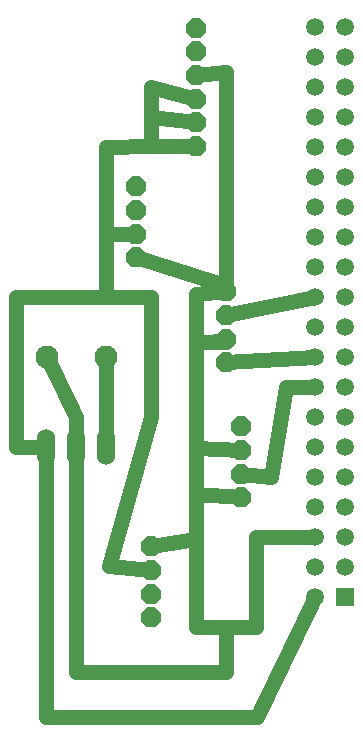
<source format=gbr>
%TF.GenerationSoftware,KiCad,Pcbnew,8.0.7*%
%TF.CreationDate,2025-04-14T16:04:07-05:00*%
%TF.ProjectId,TeXploRV2,54655870-6c6f-4525-9632-2e6b69636164,rev?*%
%TF.SameCoordinates,Original*%
%TF.FileFunction,Copper,L1,Top*%
%TF.FilePolarity,Positive*%
%FSLAX46Y46*%
G04 Gerber Fmt 4.6, Leading zero omitted, Abs format (unit mm)*
G04 Created by KiCad (PCBNEW 8.0.7) date 2025-04-14 16:04:07*
%MOMM*%
%LPD*%
G01*
G04 APERTURE LIST*
G04 Aperture macros list*
%AMOutline5P*
0 Free polygon, 5 corners , with rotation*
0 The origin of the aperture is its center*
0 number of corners: always 5*
0 $1 to $10 corner X, Y*
0 $11 Rotation angle, in degrees counterclockwise*
0 create outline with 5 corners*
4,1,5,$1,$2,$3,$4,$5,$6,$7,$8,$9,$10,$1,$2,$11*%
%AMOutline6P*
0 Free polygon, 6 corners , with rotation*
0 The origin of the aperture is its center*
0 number of corners: always 6*
0 $1 to $12 corner X, Y*
0 $13 Rotation angle, in degrees counterclockwise*
0 create outline with 6 corners*
4,1,6,$1,$2,$3,$4,$5,$6,$7,$8,$9,$10,$11,$12,$1,$2,$13*%
%AMOutline7P*
0 Free polygon, 7 corners , with rotation*
0 The origin of the aperture is its center*
0 number of corners: always 7*
0 $1 to $14 corner X, Y*
0 $15 Rotation angle, in degrees counterclockwise*
0 create outline with 7 corners*
4,1,7,$1,$2,$3,$4,$5,$6,$7,$8,$9,$10,$11,$12,$13,$14,$1,$2,$15*%
%AMOutline8P*
0 Free polygon, 8 corners , with rotation*
0 The origin of the aperture is its center*
0 number of corners: always 8*
0 $1 to $16 corner X, Y*
0 $17 Rotation angle, in degrees counterclockwise*
0 create outline with 8 corners*
4,1,8,$1,$2,$3,$4,$5,$6,$7,$8,$9,$10,$11,$12,$13,$14,$15,$16,$1,$2,$17*%
G04 Aperture macros list end*
%TA.AperFunction,ComponentPad*%
%ADD10O,1.524000X3.048000*%
%TD*%
%TA.AperFunction,ComponentPad*%
%ADD11C,1.950000*%
%TD*%
%TA.AperFunction,ComponentPad*%
%ADD12C,1.508000*%
%TD*%
%TA.AperFunction,ComponentPad*%
%ADD13R,1.508000X1.508000*%
%TD*%
%TA.AperFunction,ComponentPad*%
%ADD14Outline8P,-0.838200X0.347194X-0.347194X0.838200X0.347194X0.838200X0.838200X0.347194X0.838200X-0.347194X0.347194X-0.838200X-0.347194X-0.838200X-0.838200X-0.347194X270.000000*%
%TD*%
%TA.AperFunction,ComponentPad*%
%ADD15Outline8P,-0.838200X0.347194X-0.347194X0.838200X0.347194X0.838200X0.838200X0.347194X0.838200X-0.347194X0.347194X-0.838200X-0.347194X-0.838200X-0.838200X-0.347194X90.000000*%
%TD*%
%TA.AperFunction,Conductor*%
%ADD16C,1.270000*%
%TD*%
G04 APERTURE END LIST*
D10*
%TO.P,REGULATOR,3*%
%TO.N,5V*%
X125006100Y-116433600D03*
%TO.P,REGULATOR,2*%
%TO.N,GND*%
X127546100Y-116433600D03*
%TO.P,REGULATOR,1*%
%TO.N,VIN*%
X130086100Y-116433600D03*
%TD*%
D11*
%TO.P,POWER,2*%
%TO.N,GND*%
X125046100Y-108813600D03*
%TO.P,POWER,1*%
%TO.N,VIN*%
X130046100Y-108813600D03*
%TD*%
D12*
%TO.P,U1,40*%
%TO.N,N/C*%
X147796100Y-80873600D03*
%TO.P,U1,39*%
%TO.N,GND_39*%
X150336100Y-80873600D03*
%TO.P,U1,38*%
%TO.N,N/C*%
X147796100Y-83413600D03*
%TO.P,U1,37*%
X150336100Y-83413600D03*
%TO.P,U1,36*%
X147796100Y-85953600D03*
%TO.P,U1,35*%
X150336100Y-85953600D03*
%TO.P,U1,34*%
%TO.N,GND_34*%
X147796100Y-88493600D03*
%TO.P,U1,33*%
%TO.N,N/C*%
X150336100Y-88493600D03*
%TO.P,U1,32*%
X147796100Y-91033600D03*
%TO.P,U1,31*%
%TO.N,STEP*%
X150336100Y-91033600D03*
%TO.P,U1,30*%
%TO.N,GND_30*%
X147796100Y-93573600D03*
%TO.P,U1,29*%
%TO.N,DIR*%
X150336100Y-93573600D03*
%TO.P,U1,28*%
%TO.N,SCL2*%
X147796100Y-96113600D03*
%TO.P,U1,27*%
%TO.N,SDA2*%
X150336100Y-96113600D03*
%TO.P,U1,26*%
%TO.N,N/C*%
X147796100Y-98653600D03*
%TO.P,U1,25*%
%TO.N,GND_25*%
X150336100Y-98653600D03*
%TO.P,U1,24*%
%TO.N,N/C*%
X147796100Y-101193600D03*
%TO.P,U1,23*%
X150336100Y-101193600D03*
%TO.P,U1,22*%
%TO.N,GPIO25*%
X147796100Y-103733600D03*
%TO.P,U1,21*%
%TO.N,N/C*%
X150336100Y-103733600D03*
%TO.P,U1,20*%
%TO.N,GND_20*%
X147796100Y-106273600D03*
%TO.P,U1,19*%
%TO.N,N/C*%
X150336100Y-106273600D03*
%TO.P,U1,18*%
%TO.N,GPIO24*%
X147796100Y-108813600D03*
%TO.P,U1,17*%
%TO.N,3V3_17*%
X150336100Y-108813600D03*
%TO.P,U1,16*%
%TO.N,GPIO23*%
X147796100Y-111353600D03*
%TO.P,U1,15*%
%TO.N,GPIO22*%
X150336100Y-111353600D03*
%TO.P,U1,14*%
%TO.N,GND_14*%
X147796100Y-113893600D03*
%TO.P,U1,13*%
%TO.N,N/C*%
X150336100Y-113893600D03*
%TO.P,U1,12*%
X147796100Y-116433600D03*
%TO.P,U1,11*%
X150336100Y-116433600D03*
%TO.P,U1,10*%
X147796100Y-118973600D03*
%TO.P,U1,9*%
%TO.N,GND_9*%
X150336100Y-118973600D03*
%TO.P,U1,8*%
%TO.N,N/C*%
X147796100Y-121513600D03*
%TO.P,U1,7*%
X150336100Y-121513600D03*
%TO.P,U1,6*%
%TO.N,GND*%
X147796100Y-124053600D03*
%TO.P,U1,5*%
%TO.N,SCL1*%
X150336100Y-124053600D03*
%TO.P,U1,4*%
%TO.N,5V_4*%
X147796100Y-126593600D03*
%TO.P,U1,3*%
%TO.N,SDA1*%
X150336100Y-126593600D03*
%TO.P,U1,2*%
%TO.N,5V*%
X147796100Y-129133600D03*
D13*
%TO.P,U1,1*%
%TO.N,3V3_1*%
X150336100Y-129133600D03*
%TD*%
D14*
%TO.P,BNO1,1*%
%TO.N,SDA1*%
X133896100Y-130863600D03*
%TO.P,BNO1,2*%
%TO.N,SCL1*%
X133896100Y-128863600D03*
%TO.P,BNO1,3*%
%TO.N,5V*%
X133896100Y-126863600D03*
%TO.P,BNO1,4*%
%TO.N,GND*%
X133896100Y-124863600D03*
%TD*%
D15*
%TO.P,BNO2,1*%
%TO.N,SDA2*%
X132626100Y-94383600D03*
%TO.P,BNO2,2*%
%TO.N,SCL2*%
X132626100Y-96383600D03*
%TO.P,BNO2,3*%
%TO.N,5V*%
X132626100Y-98383600D03*
%TO.P,BNO2,4*%
%TO.N,GND*%
X132626100Y-100383600D03*
%TD*%
D14*
%TO.P,DRIVER,5*%
%TO.N,DIR*%
X137706100Y-82953600D03*
%TO.P,DRIVER,4*%
%TO.N,GND*%
X137706100Y-84953600D03*
%TO.P,DRIVER,3*%
%TO.N,5V*%
X137706100Y-86953600D03*
%TO.P,DRIVER,2*%
X137706100Y-88953600D03*
%TO.P,DRIVER,6*%
%TO.N,STEP*%
X137706100Y-80953600D03*
%TO.P,DRIVER,1*%
%TO.N,5V*%
X137706100Y-90953600D03*
%TD*%
D15*
%TO.P,LS1,1*%
%TO.N,GPIO22*%
X141516100Y-114703600D03*
%TO.P,LS1,2*%
%TO.N,GND*%
X141516100Y-116703600D03*
%TO.P,LS1,3*%
%TO.N,GPIO23*%
X141516100Y-118703600D03*
%TO.P,LS1,4*%
%TO.N,GND*%
X141516100Y-120703600D03*
%TD*%
D14*
%TO.P,LS2,1*%
%TO.N,GPIO24*%
X140246100Y-109273600D03*
%TO.P,LS2,2*%
%TO.N,GND*%
X140246100Y-107273600D03*
%TO.P,LS2,3*%
%TO.N,GPIO25*%
X140246100Y-105273600D03*
%TO.P,LS2,4*%
%TO.N,GND*%
X140246100Y-103273600D03*
%TD*%
D16*
%TO.N,GPIO25*%
X140246100Y-105273600D02*
X147796100Y-103733600D01*
%TO.N,GPIO24*%
X140246100Y-109273600D02*
X147796100Y-108813600D01*
%TO.N,GPIO23*%
X145326100Y-111353600D02*
X147796100Y-111353600D01*
X144056100Y-118973600D02*
X145326100Y-111353600D01*
X141516100Y-118703600D02*
X144056100Y-118973600D01*
%TO.N,GND*%
X140246100Y-135483600D02*
X140246100Y-131673600D01*
X127546100Y-135483600D02*
X140246100Y-135483600D01*
X127546100Y-116433600D02*
X127546100Y-135483600D01*
X137706100Y-124256100D02*
X137706100Y-120427600D01*
X127546100Y-113893600D02*
X127546100Y-116433600D01*
X125046100Y-108813600D02*
X127546100Y-113893600D01*
X140246100Y-84683600D02*
X137706100Y-84953600D01*
X140246100Y-103273600D02*
X140246100Y-84683600D01*
X138976100Y-107543600D02*
X140246100Y-107273600D01*
X139570725Y-102598225D02*
X132626100Y-100383600D01*
X140246100Y-103273600D02*
X139570725Y-102598225D01*
X137706100Y-103503600D02*
X140246100Y-103273600D01*
X137706100Y-107543600D02*
X137706100Y-103503600D01*
X138976100Y-107543600D02*
X140246100Y-107543600D01*
X137706100Y-107543600D02*
X138976100Y-107543600D01*
X137706100Y-116541600D02*
X137706100Y-107543600D01*
X137706100Y-116541600D02*
X141516100Y-116703600D01*
X137706100Y-120427600D02*
X137706100Y-116541600D01*
X137706100Y-120427600D02*
X141516100Y-120703600D01*
X137706100Y-131673600D02*
X137706100Y-124256100D01*
X133896100Y-124863600D02*
X137706100Y-124256100D01*
X142786100Y-124053600D02*
X147796100Y-124053600D01*
X142786100Y-131673600D02*
X142786100Y-124053600D01*
X140246100Y-131673600D02*
X142786100Y-131673600D01*
X137706100Y-131673600D02*
X140246100Y-131673600D01*
%TO.N,5V*%
X122466100Y-116433600D02*
X122466100Y-103733600D01*
X122466100Y-103733600D02*
X130081543Y-103733600D01*
X125006100Y-116433600D02*
X122466100Y-116433600D01*
X125006100Y-139293600D02*
X142856100Y-139293600D01*
X125006100Y-116433600D02*
X125006100Y-139293600D01*
X133896100Y-103733600D02*
X130081543Y-103733600D01*
X133896100Y-113893600D02*
X133896100Y-103733600D01*
X130299615Y-126481297D02*
X133896100Y-113893600D01*
X133896100Y-126863600D02*
X130299615Y-126481297D01*
X133895900Y-88493600D02*
X137706100Y-88953600D01*
X133896100Y-85953600D02*
X137706100Y-86953600D01*
X133895900Y-88493600D02*
X133896100Y-85953600D01*
X133895706Y-90983604D02*
X133895900Y-88493600D01*
X133895706Y-90983604D02*
X137706100Y-90953600D01*
X130086087Y-91013600D02*
X133895706Y-90983604D01*
X130083428Y-98451169D02*
X130086087Y-91013600D01*
X130081543Y-103733600D02*
X130083428Y-98451169D01*
X130083428Y-98451169D02*
X132626100Y-98383600D01*
X142856100Y-139293600D02*
X147796100Y-129133600D01*
%TO.N,VIN*%
X130046100Y-108813600D02*
X130086100Y-116433600D01*
%TD*%
M02*

</source>
